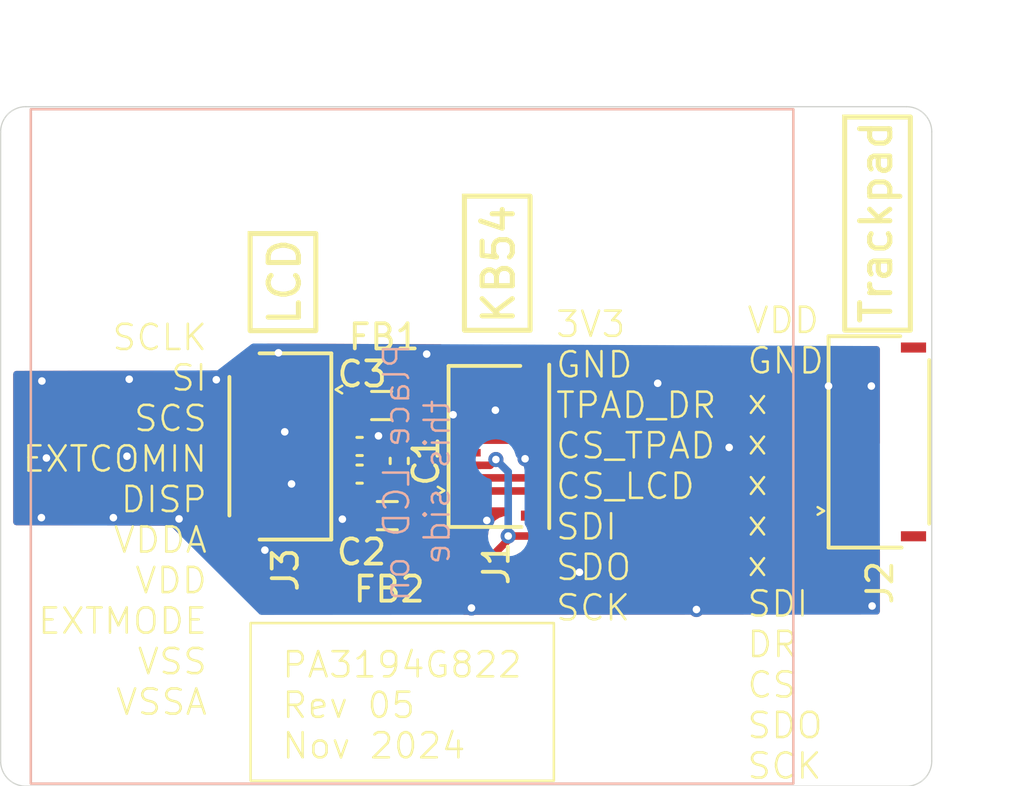
<source format=kicad_pcb>
(kicad_pcb (version 20240108) (generator "pcbnew") (generator_version "8.0")
  (title_block (title "Daughterboard") (date "2024-07-26") (rev "3"))
  (layers (0 "F.Cu" signal) (31 "B.Cu" signal) (34 "B.Paste" user) (35 "F.Paste" user) (36 "B.SilkS" user "B.Silkscreen") (37 "F.SilkS" user "F.Silkscreen") (38 "B.Mask" user) (39 "F.Mask" user) (44 "Edge.Cuts" user))
  (net 0 "")
  (net 1 "/VDDA")
  (net 2 "/VSSA")
  (net 3 "GND")
  (net 4 "/VDD")
  (net 5 "/SPI_TPAD_CS")
  (net 6 "/SPI_SDI")
  (net 7 "/SPI_CLK")
  (net 8 "/TPAD_DR")
  (net 9 "/SPI_LCD_CS")
  (net 10 "/SPI_SDO")
  (footprint "Capacitor_SMD:C_0402_1005Metric" (layer "F.Cu") (at 118.265 101.1)
    (property "Reference" "C2" (at 0.075 3.1 0) (layer "F.SilkS"))
    (property "Value" "1u")
    (fp_line (start -0.107836 -0.36) (end 0.107836 -0.36) (stroke (width 0.12)) (layer "F.SilkS"))
    (fp_line (start -0.107836 0.36) (end 0.107836 0.36) (stroke (width 0.12)) (layer "F.SilkS"))
    (pad "1" smd roundrect (at -0.48 0) (size 0.56 0.62) (layers "F.Cu" "F.Paste" "F.Mask") (net 4 "/VDD"))
    (pad "2" smd roundrect (at 0.48 0) (size 0.56 0.62) (layers "F.Cu" "F.Paste" "F.Mask") (net 3 "GND"))
  )
  (footprint "Tundra_Connectors:Conn-FPC_Hirose-FH34SRJ-12S-0-5SH-50" (layer "F.Cu") (at 138.8 99.82 90)
    (property "Reference" "J2" (at -5.59 0.138 90) (layer "F.SilkS"))
    (property "Value" "FH34SRJ-12S-0-5SH-50")
    (fp_line (start -2.892 -2.333) (end -2.742 -2.083) (stroke (width 0.1)) (layer "F.SilkS"))
    (fp_line (start -2.742 -2.083) (end -2.592 -2.333) (stroke (width 0.1)) (layer "F.SilkS"))
    (fp_line (start 4.2 -1.9) (end -4.2 -1.9) (stroke (width 0.1524)) (layer "F.SilkS"))
    (fp_line (start -4.2 -1.9) (end -4.2 1) (stroke (width 0.1524)) (layer "F.SilkS"))
    (fp_line (start 4.2 0.95) (end 4.2 -1.9) (stroke (width 0.1524)) (layer "F.SilkS"))
    (fp_line (start -3.25 2.1) (end 3.25 2.1) (stroke (width 0.1524)) (layer "F.SilkS"))
    (pad "1" smd rect (at -2.75 -1.025 90) (size 0.3 0.8) (layers "F.Cu" "F.Paste" "F.Mask") (net 7 "/SPI_CLK"))
    (pad "2" smd rect (at -2.25 -1.025 90) (size 0.3 0.8) (layers "F.Cu" "F.Paste" "F.Mask") (net 10 "/SPI_SDO"))
    (pad "3" smd rect (at -1.75 -1.025 90) (size 0.3 0.8) (layers "F.Cu" "F.Paste" "F.Mask") (net 5 "/SPI_TPAD_CS"))
    (pad "4" smd rect (at -1.25 -1.025 90) (size 0.3 0.8) (layers "F.Cu" "F.Paste" "F.Mask") (net 8 "/TPAD_DR"))
    (pad "5" smd rect (at -0.75 -1.025 90) (size 0.3 0.8) (layers "F.Cu" "F.Paste" "F.Mask") (net 6 "/SPI_SDI"))
    (pad "6" smd rect (at -0.25 -1.025 90) (size 0.3 0.8) (layers "F.Cu" "F.Paste" "F.Mask"))
    (pad "7" smd rect (at 0.25 -1.025 90) (size 0.3 0.8) (layers "F.Cu" "F.Paste" "F.Mask"))
    (pad "8" smd rect (at 0.75 -1.025 90) (size 0.3 0.8) (layers "F.Cu" "F.Paste" "F.Mask"))
    (pad "9" smd rect (at 1.25 -1.025 90) (size 0.3 0.8) (layers "F.Cu" "F.Paste" "F.Mask"))
    (pad "10" smd rect (at 1.75 -1.025 90) (size 0.3 0.8) (layers "F.Cu" "F.Paste" "F.Mask"))
    (pad "11" smd rect (at 2.25 -1.025 90) (size 0.3 0.8) (layers "F.Cu" "F.Paste" "F.Mask") (net 3 "GND"))
    (pad "12" smd rect (at 2.75 -1.025 90) (size 0.3 0.8) (layers "F.Cu" "F.Paste" "F.Mask") (net 4 "/VDD"))
    (pad "MP" smd rect (at -3.75 1.475 90) (size 0.4 1) (layers "F.Cu" "F.Paste" "F.Mask"))
    (pad "MP" smd rect (at 3.75 1.475 90) (size 0.4 1) (layers "F.Cu" "F.Paste" "F.Mask"))
  )
  (footprint "Tundra_Connectors:Conn-FPC_Hirose-FH34SRJ-8S-0-5SH-50" (layer "F.Cu") (at 123.7 100 90)
    (property "Reference" "J1" (at -4.648 -0.002 90) (layer "F.SilkS"))
    (property "Value" "FH34SRJ-8S-0-5SH-50")
    (fp_line (start -1.905 -2.325) (end -1.755 -2.075) (stroke (width 0.1)) (layer "F.SilkS"))
    (fp_line (start -1.755 -2.075) (end -1.605 -2.325) (stroke (width 0.1)) (layer "F.SilkS"))
    (fp_line (start 3.2 -1.9) (end -3.2 -1.9) (stroke (width 0.1524)) (layer "F.SilkS"))
    (fp_line (start -3.2 -1.9) (end -3.2 1) (stroke (width 0.1524)) (layer "F.SilkS"))
    (fp_line (start 3.2 0.95) (end 3.2 -1.9) (stroke (width 0.1524)) (layer "F.SilkS"))
    (fp_line (start -3.25 2.1) (end 3.25 2.1) (stroke (width 0.1524)) (layer "F.SilkS"))
    (pad "1" smd rect (at -1.75 -1.025 90) (size 0.3 0.8) (layers "F.Cu" "F.Paste" "F.Mask") (net 7 "/SPI_CLK"))
    (pad "2" smd rect (at -1.25 -1.025 90) (size 0.3 0.8) (layers "F.Cu" "F.Paste" "F.Mask") (net 10 "/SPI_SDO"))
    (pad "3" smd rect (at -0.75 -1.025 90) (size 0.3 0.8) (layers "F.Cu" "F.Paste" "F.Mask") (net 6 "/SPI_SDI"))
    (pad "4" smd rect (at -0.25 -1.025 90) (size 0.3 0.8) (layers "F.Cu" "F.Paste" "F.Mask") (net 9 "/SPI_LCD_CS"))
    (pad "5" smd rect (at 0.25 -1.025 90) (size 0.3 0.8) (layers "F.Cu" "F.Paste" "F.Mask") (net 5 "/SPI_TPAD_CS"))
    (pad "6" smd rect (at 0.75 -1.025 90) (size 0.3 0.8) (layers "F.Cu" "F.Paste" "F.Mask") (net 8 "/TPAD_DR"))
    (pad "7" smd rect (at 1.25 -1.025 90) (size 0.3 0.8) (layers "F.Cu" "F.Paste" "F.Mask") (net 3 "GND"))
    (pad "8" smd rect (at 1.75 -1.025 90) (size 0.3 0.8) (layers "F.Cu" "F.Paste" "F.Mask") (net 4 "/VDD"))
    (pad "MP" smd rect (at -2.75 1.475 90) (size 0.4 1) (layers "F.Cu" "F.Paste" "F.Mask"))
    (pad "MP" smd rect (at 2.75 1.475 90) (size 0.4 1) (layers "F.Cu" "F.Paste" "F.Mask"))
  )
  (footprint "Capacitor_SMD:C_0402_1005Metric" (layer "F.Cu") (at 119.84 100.575 90)
    (property "Reference" "C1" (at -0.009 1.064 -90) (layer "F.SilkS"))
    (property "Value" "1u")
    (fp_line (start -0.107836 -0.36) (end 0.107836 -0.36) (stroke (width 0.12)) (layer "F.SilkS"))
    (fp_line (start -0.107836 0.36) (end 0.107836 0.36) (stroke (width 0.12)) (layer "F.SilkS"))
    (pad "1" smd roundrect (at -0.48 0 90) (size 0.56 0.62) (layers "F.Cu" "F.Paste" "F.Mask") (net 2 "/VSSA"))
    (pad "2" smd roundrect (at 0.48 0 90) (size 0.56 0.62) (layers "F.Cu" "F.Paste" "F.Mask") (net 1 "/VDDA"))
  )
  (footprint "Inductor_SMD:L_0805_2012Metric" (layer "F.Cu") (at 119.14 98.375)
    (property "Reference" "FB1" (at 0.1 -2.725 0) (layer "F.SilkS"))
    (property "Value" "2k7")
    (fp_line (start -0.399622 -0.56) (end 0.399622 -0.56) (stroke (width 0.12)) (layer "F.SilkS"))
    (fp_line (start -0.399622 0.56) (end 0.399622 0.56) (stroke (width 0.12)) (layer "F.SilkS"))
    (pad "1" smd roundrect (at -1.0625 0) (size 0.875 1.2) (layers "F.Cu" "F.Paste" "F.Mask") (net 4 "/VDD"))
    (pad "2" smd roundrect (at 1.0625 0) (size 0.875 1.2) (layers "F.Cu" "F.Paste" "F.Mask") (net 1 "/VDDA"))
  )
  (footprint "Tundra_Connectors:Conn-FPC_Hirose-FH34SRJ-10S-0-5SH-50" (layer "F.Cu") (at 115.24 100 -90)
    (property "Reference" "J3" (at 4.902 -0.076 -90) (layer "F.SilkS"))
    (property "Value" "FH34SRJ-10S-0-5SH-50")
    (fp_line (start -2.762317 2.149624) (end 2.745517 2.149624) (stroke (width 0.1524)) (layer "F.SilkS"))
    (fp_line (start 3.7 0.95) (end 3.7 -1.9) (stroke (width 0.1524)) (layer "F.SilkS"))
    (fp_line (start -3.7 -1.9) (end -3.7 0.95) (stroke (width 0.1524)) (layer "F.SilkS"))
    (fp_line (start 3.7 -1.9) (end -3.7 -1.9) (stroke (width 0.1524)) (layer "F.SilkS"))
    (fp_line (start -2.26 -2.08) (end -2.11 -2.33) (stroke (width 0.1)) (layer "F.SilkS"))
    (fp_line (start -2.41 -2.33) (end -2.26 -2.08) (stroke (width 0.1)) (layer "F.SilkS"))
    (pad "1" smd rect (at -2.25 -1.025 270) (size 0.3 0.8) (layers "F.Cu" "F.Paste" "F.Mask") (net 7 "/SPI_CLK"))
    (pad "2" smd rect (at -1.75 -1.025 270) (size 0.3 0.8) (layers "F.Cu" "F.Paste" "F.Mask") (net 6 "/SPI_SDI"))
    (pad "3" smd rect (at -1.25 -1.025 270) (size 0.3 0.8) (layers "F.Cu" "F.Paste" "F.Mask") (net 9 "/SPI_LCD_CS"))
    (pad "4" smd rect (at -0.75 -1.025 270) (size 0.3 0.8) (layers "F.Cu" "F.Paste" "F.Mask") (net 3 "GND"))
    (pad "5" smd rect (at -0.25 -1.025 270) (size 0.3 0.8) (layers "F.Cu" "F.Paste" "F.Mask") (net 4 "/VDD"))
    (pad "6" smd rect (at 0.25 -1.025 270) (size 0.3 0.8) (layers "F.Cu" "F.Paste" "F.Mask") (net 1 "/VDDA"))
    (pad "7" smd rect (at 0.75 -1.025 270) (size 0.3 0.8) (layers "F.Cu" "F.Paste" "F.Mask") (net 4 "/VDD"))
    (pad "8" smd rect (at 1.25 -1.025 270) (size 0.3 0.8) (layers "F.Cu" "F.Paste" "F.Mask") (net 3 "GND"))
    (pad "9" smd rect (at 1.75 -1.025 270) (size 0.3 0.8) (layers "F.Cu" "F.Paste" "F.Mask") (net 3 "GND"))
    (pad "10" smd rect (at 2.25 -1.025 270) (size 0.3 0.8) (layers "F.Cu" "F.Paste" "F.Mask") (net 2 "/VSSA"))
    (pad "MP" smd rect (at -3.25 1.475 270) (size 0.4 1) (layers "F.Cu" "F.Paste" "F.Mask"))
    (pad "MP" smd rect (at 3.25 1.475 270) (size 0.4 1) (layers "F.Cu" "F.Paste" "F.Mask"))
  )
  (footprint "Inductor_SMD:L_0805_2012Metric" (layer "F.Cu") (at 119.365 102.75 180)
    (property "Reference" "FB2" (at -0.075 -2.925 180) (layer "F.SilkS"))
    (property "Value" "2k7")
    (fp_line (start -0.399622 0.56) (end 0.399622 0.56) (stroke (width 0.12)) (layer "F.SilkS"))
    (fp_line (start -0.399622 -0.56) (end 0.399622 -0.56) (stroke (width 0.12)) (layer "F.SilkS"))
    (pad "1" smd roundrect (at -1.0625 0 180) (size 0.875 1.2) (layers "F.Cu" "F.Paste" "F.Mask") (net 2 "/VSSA"))
    (pad "2" smd roundrect (at 1.0625 0 180) (size 0.875 1.2) (layers "F.Cu" "F.Paste" "F.Mask") (net 3 "GND"))
  )
  (footprint "Capacitor_SMD:C_0402_1005Metric" (layer "F.Cu") (at 118.265 100)
    (property "Reference" "C3" (at 0.1 -2.875 0) (layer "F.SilkS"))
    (property "Value" "560")
    (fp_line (start -0.107836 -0.36) (end 0.107836 -0.36) (stroke (width 0.12)) (layer "F.SilkS"))
    (fp_line (start -0.107836 0.36) (end 0.107836 0.36) (stroke (width 0.12)) (layer "F.SilkS"))
    (pad "1" smd roundrect (at -0.48 0) (size 0.56 0.62) (layers "F.Cu" "F.Paste" "F.Mask") (net 4 "/VDD"))
    (pad "2" smd roundrect (at 0.48 0) (size 0.56 0.62) (layers "F.Cu" "F.Paste" "F.Mask") (net 3 "GND"))
  )
  (gr_rect (start 105.2 86.6) (end 135.5 113.4) (stroke (width 0.1)) (fill none) (layer "B.SilkS"))
  (gr_rect (start 137.54 86.91) (end 140.15 95.38) (stroke (width 0.2)) (fill none) (layer "F.SilkS"))
  (gr_rect (start 113.915 91.54) (end 116.525 95.4) (stroke (width 0.2)) (fill none) (layer "F.SilkS"))
  (gr_rect (start 113.934 107.019) (end 125.984 113.284) (stroke (width 0.1)) (fill none) (layer "F.SilkS"))
  (gr_rect (start 122.43 90.055) (end 125.04 95.385) (stroke (width 0.2)) (fill none) (layer "F.SilkS"))
  (gr_arc (start 104 87.5) (mid 104.292893 86.792893) (end 105 86.5) (stroke (width 0.05)) (layer "Edge.Cuts"))
  (gr_arc (start 141 112.5) (mid 140.707107 113.207107) (end 140 113.5) (stroke (width 0.05)) (layer "Edge.Cuts"))
  (gr_arc (start 140 86.5) (mid 140.707107 86.792893) (end 141 87.5) (stroke (width 0.05)) (layer "Edge.Cuts"))
  (gr_line (start 105 86.5) (end 140 86.5) (stroke (width 0.05)) (layer "Edge.Cuts"))
  (gr_line (start 105 113.5) (end 140 113.5) (stroke (width 0.05)) (layer "Edge.Cuts"))
  (gr_line (start 141 87.5) (end 141 112.5) (stroke (width 0.05)) (layer "Edge.Cuts"))
  (gr_line (start 104 87.5) (end 104 112.5) (stroke (width 0.05)) (layer "Edge.Cuts"))
  (gr_arc (start 105 113.5) (mid 104.292893 113.207107) (end 104 112.5) (stroke (width 0.05)) (layer "Edge.Cuts"))
  (gr_text "Place LCD on \nthis side" (at 121.93 101.42 90) (layer "B.SilkS") (effects (font (size 1 1) (thickness 0.1)) (justify bottom mirror)))
  (gr_text "LCD" (at 115.99 95.28 90) (layer "F.SilkS") (effects (font (size 1.2 1.2) (thickness 0.2) (bold yes)) (justify left bottom)))
  (gr_text "3V3\nGND\nTPAD_DR\nCS_TPAD\nCS_LCD\nSDI\nSDO\nSCK" (at 126 107 0) (layer "F.SilkS") (effects (font (size 1 1) (thickness 0.1)) (justify left bottom)))
  (gr_text "PA3194G822\nRev 05\nNov 2024" (at 115.124 112.4815 0) (layer "F.SilkS") (effects (font (size 1 1) (thickness 0.1)) (justify left bottom)))
  (gr_text "VDD\nGND\nx\nx\nx\nx\nx\nSDI\nDR\nCS\nSDO\nSCK" (at 133.604 113.284 0) (layer "F.SilkS") (effects (font (size 1 1) (thickness 0.1)) (justify left bottom)))
  (gr_text "SCLK\nSI\nSCS\nEXTCOMIN\nDISP\nVDDA\nVDD\nEXTMODE\nVSS\nVSSA" (at 112.268 110.744 0) (layer "F.SilkS") (effects (font (size 1 1) (thickness 0.1)) (justify right bottom)))
  (gr_text "KB54" (at 124.49 95.23 90) (layer "F.SilkS") (effects (font (size 1.2 1.2) (thickness 0.2) (bold yes)) (justify left bottom)))
  (gr_text "Trackpad" (at 139.49 95.22 90) (layer "F.SilkS") (effects (font (size 1.2 1.2) (thickness 0.2) (bold yes)) (justify left bottom)))
  (segment (start 120.7 101.43) (end 120.7 100.88) (width 0.3) (layer "F.Cu") (net 1))
  (segment (start 120.4275 99.0675) (end 120.4275 98.53) (width 0.3) (layer "F.Cu") (net 1))
  (segment (start 119.84 100.225) (end 119.84 99.655) (width 0.3) (layer "F.Cu") (net 1))
  (segment (start 116.265 100.25) (end 115.02 100.25) (width 0.3) (layer "F.Cu") (net 1))
  (segment (start 121.315 103.455) (end 121.315 102.045) (width 0.3) (layer "F.Cu") (net 1))
  (segment (start 116.835 104.055) (end 120.715 104.055) (width 0.3) (layer "F.Cu") (net 1))
  (segment (start 119.915 100.095) (end 119.84 100.095) (width 0.3) (layer "F.Cu") (net 1))
  (segment (start 119.84 99.655) (end 120.4275 99.0675) (width 0.3) (layer "F.Cu") (net 1))
  (segment (start 121.315 102.045) (end 120.7 101.43) (width 0.3) (layer "F.Cu") (net 1))
  (segment (start 120.715 104.055) (end 121.315 103.455) (width 0.3) (layer "F.Cu") (net 1))
  (segment (start 114.6 101.82) (end 116.835 104.055) (width 0.3) (layer "F.Cu") (net 1))
  (segment (start 120.7 100.88) (end 119.915 100.095) (width 0.3) (layer "F.Cu") (net 1))
  (segment (start 115.02 100.25) (end 114.6 100.67) (width 0.3) (layer "F.Cu") (net 1))
  (segment (start 114.6 100.67) (end 114.6 101.82) (width 0.3) (layer "F.Cu") (net 1))
  (segment (start 119.84 101.3675) (end 119.48375 101.72375) (width 0.3) (layer "F.Cu") (net 2))
  (segment (start 119.4075 101.8) (end 119.48375 101.72375) (width 0.3) (layer "F.Cu") (net 2))
  (segment (start 116.265 102.25) (end 116.91 102.25) (width 0.3) (layer "F.Cu") (net 2))
  (segment (start 117.36 101.8) (end 119.4075 101.8) (width 0.3) (layer "F.Cu") (net 2))
  (segment (start 116.91 102.25) (end 117.36 101.8) (width 0.3) (layer "F.Cu") (net 2))
  (segment (start 119.4075 101.8) (end 119.4775 101.8) (width 0.3) (layer "F.Cu") (net 2))
  (segment (start 119.4775 101.8) (end 120.4275 102.75) (width 0.3) (layer "F.Cu") (net 2))
  (segment (start 119.84 101.185) (end 119.84 101.3675) (width 0.3) (layer "F.Cu") (net 2))
  (segment (start 117.595 102.905) (end 117.58 102.89) (width 0.3) (layer "F.Cu") (net 3))
  (segment (start 118.745 99.85) (end 119.015 99.58) (width 0.3) (layer "F.Cu") (net 3))
  (segment (start 122.675 98.75) (end 121.99 98.75) (width 0.3) (layer "F.Cu") (net 3))
  (segment (start 116.265 101.75) (end 115.82 101.75) (width 0.3) (layer "F.Cu") (net 3))
  (segment (start 116.265 99.25) (end 115.46 99.25) (width 0.3) (layer "F.Cu") (net 3))
  (segment (start 116.265 101.25) (end 115.8 101.25) (width 0.3) (layer "F.Cu") (net 3))
  (segment (start 118.745 99.96) (end 118.745 100.18) (width 0.3) (layer "F.Cu") (net 3))
  (segment (start 138.57 97.57) (end 138.6 97.6) (width 0.3) (layer "F.Cu") (net 3))
  (segment (start 118.0775 103.0675) (end 118.0775 102.905) (width 0.3) (layer "F.Cu") (net 3))
  (segment (start 118.745 99.96) (end 118.745 99.85) (width 0.3) (layer "F.Cu") (net 3))
  (segment (start 115.8 101.25) (end 115.56 101.49) (width 0.3) (layer "F.Cu") (net 3))
  (segment (start 115.82 101.75) (end 115.56 101.49) (width 0.3) (layer "F.Cu") (net 3))
  (segment (start 117.69 102.905) (end 117.595 102.905) (width 0.3) (layer "F.Cu") (net 3))
  (segment (start 121.99 98.75) (end 121.98 98.74) (width 0.3) (layer "F.Cu") (net 3))
  (segment (start 118.3025 102.75) (end 117.72 102.75) (width 0.3) (layer "F.Cu") (net 3))
  (segment (start 117.69 102.905) (end 118.0775 102.905) (width 0.3) (layer "F.Cu") (net 3))
  (segment (start 117.72 102.75) (end 117.58 102.89) (width 0.3) (layer "F.Cu") (net 3))
  (segment (start 136.93 97.57) (end 136.9 97.6) (width 0.3) (layer "F.Cu") (net 3))
  (segment (start 118.745 100) (end 118.745 101.1) (width 0.3) (layer "F.Cu") (net 3))
  (segment (start 115.46 99.25) (end 115.29 99.42) (width 0.3) (layer "F.Cu") (net 3))
  (segment (start 137.775 97.57) (end 136.93 97.57) (width 0.3) (layer "F.Cu") (net 3))
  (segment (start 137.775 97.57) (end 138.57 97.57) (width 0.3) (layer "F.Cu") (net 3))
  (segment (start 123.47 98.75) (end 123.66 98.56) (width 0.3) (layer "F.Cu") (net 3))
  (segment (start 122.675 98.75) (end 123.47 98.75) (width 0.3) (layer "F.Cu") (net 3))
  (via (at 124.84 100.49) (size 0.6) (drill 0.3) (layers "F.Cu" "B.Cu") (net 3))
  (via (at 136.9 97.6) (size 0.6) (drill 0.3) (layers "F.Cu" "B.Cu") (net 3))
  (via (at 122.71 106.42) (size 0.6) (drill 0.3) (layers "F.Cu" "B.Cu") (net 3))
  (via (at 119.015 99.58) (size 0.6) (drill 0.3) (layers "F.Cu" "B.Cu") (net 3))
  (via (at 115.29 99.42) (size 0.6) (drill 0.3) (layers "F.Cu" "B.Cu") (net 3))
  (via (at 108.48 102.83) (size 0.6) (drill 0.3) (layers "F.Cu" "B.Cu") (net 3))
  (via (at 123.32 102.94) (size 0.6) (drill 0.3) (layers "F.Cu" "B.Cu") (net 3))
  (via (at 115.04 96.28) (size 0.6) (drill 0.3) (layers "F.Cu" "B.Cu") (net 3))
  (via (at 105.82 100.46) (size 0.6) (drill 0.3) (layers "F.Cu" "B.Cu") (net 3))
  (via (at 132.95 100.04) (size 0.6) (drill 0.3) (layers "F.Cu" "B.Cu") (net 3))
  (via (at 121.98 98.74) (size 0.6) (drill 0.3) (layers "F.Cu" "B.Cu") (net 3))
  (via (at 120.93 96.33) (size 0.6) (drill 0.3) (layers "F.Cu" "B.Cu") (net 3))
  (via (at 138.63 106.34) (size 0.6) (drill 0.3) (layers "F.Cu" "B.Cu") (net 3))
  (via (at 114.5 104.12) (size 0.6) (drill 0.3) (layers "F.Cu" "B.Cu") (net 3))
  (via (at 109.02 100.39) (size 0.6) (drill 0.3) (layers "F.Cu" "B.Cu") (net 3))
  (via (at 105.62 102.83) (size 0.6) (drill 0.3) (layers "F.Cu" "B.Cu") (net 3))
  (via (at 130.11 97.49) (size 0.6) (drill 0.3) (layers "F.Cu" "B.Cu") (net 3))
  (via (at 109.11 97.33) (size 0.6) (drill 0.3) (layers "F.Cu" "B.Cu") (net 3))
  (via (at 117.58 102.89) (size 0.6) (drill 0.3) (layers "F.Cu" "B.Cu") (net 3))
  (via (at 127 105) (size 0.6) (drill 0.3) (layers "F.Cu" "B.Cu") (net 3))
  (via (at 105.64 97.4) (size 0.6) (drill 0.3) (layers "F.Cu" "B.Cu") (net 3))
  (via (at 111.09 102.88) (size 0.6) (drill 0.3) (layers "F.Cu" "B.Cu") (net 3))
  (via (at 115.56 101.49) (size 0.6) (drill 0.3) (layers "F.Cu" "B.Cu") (net 3))
  (via (at 112.57 97.35) (size 0.6) (drill 0.3) (layers "F.Cu" "B.Cu") (net 3))
  (via (at 123.66 98.56) (size 0.6) (drill 0.3) (layers "F.Cu" "B.Cu") (net 3))
  (via (at 131.65 106.48) (size 0.6) (drill 0.3) (layers "F.Cu" "B.Cu") (net 3))
  (via (at 138.6 97.6) (size 0.6) (drill 0.3) (layers "F.Cu" "B.Cu") (net 3))
  (segment (start 116.82 100.75) (end 117.57 100) (width 0.3) (layer "F.Cu") (net 4))
  (segment (start 118.0775 98.375) (end 118.0775 98.1425) (width 0.5) (layer "F.Cu") (net 4))
  (segment (start 121.655 97.13) (end 122.37 97.845) (width 0.5) (layer "F.Cu") (net 4))
  (segment (start 121.655 97.13) (end 122.405 96.38) (width 0.5) (layer "F.Cu") (net 4))
  (segment (start 119.09 97.13) (end 121.655 97.13) (width 0.5) (layer "F.Cu") (net 4))
  (segment (start 117.785 100) (end 117.785 99.355) (width 0.5) (layer "F.Cu") (net 4))
  (segment (start 122.405 96.38) (end 137.185 96.38) (width 0.5) (layer "F.Cu") (net 4))
  (segment (start 137.185 96.38) (end 137.775 96.97) (width 0.5) (layer "F.Cu") (net 4))
  (segment (start 116.265 100.75) (end 116.82 100.75) (width 0.3) (layer "F.Cu") (net 4))
  (segment (start 118.0775 99.0625) (end 118.0775 98.375) (width 0.5) (layer "F.Cu") (net 4))
  (segment (start 116.265 99.75) (end 116.82 99.75) (width 0.3) (layer "F.Cu") (net 4))
  (segment (start 117.785 99.355) (end 118.0775 99.0625) (width 0.5) (layer "F.Cu") (net 4))
  (segment (start 117.57 100) (end 117.785 100) (width 0.3) (layer "F.Cu") (net 4))
  (segment (start 116.82 99.75) (end 117.07 100) (width 0.3) (layer "F.Cu") (net 4))
  (segment (start 117.785 101.28) (end 117.785 100.18) (width 0.3) (layer "F.Cu") (net 4))
  (segment (start 117.07 100) (end 117.57 100) (width 0.3) (layer "F.Cu") (net 4))
  (segment (start 122.37 97.845) (end 122.675 98.15) (width 0.5) (layer "F.Cu") (net 4))
  (segment (start 118.0775 98.1425) (end 119.09 97.13) (width 0.5) (layer "F.Cu") (net 4))
  (segment (start 127.1 99.75) (end 128.92 101.57) (width 0.3) (layer "F.Cu") (net 5))
  (segment (start 128.92 101.57) (end 137.775 101.57) (width 0.3) (layer "F.Cu") (net 5))
  (segment (start 122.675 99.75) (end 127.1 99.75) (width 0.3) (layer "F.Cu") (net 5))
  (segment (start 137.775 100.57) (end 138.51 100.57) (width 0.3) (layer "F.Cu") (net 6))
  (segment (start 114.57 97.51) (end 113.65 97.51) (width 0.3) (layer "F.Cu") (net 6))
  (segment (start 114.42 106.53) (end 121.35 106.53) (width 0.3) (layer "F.Cu") (net 6))
  (segment (start 138.51 100.57) (end 138.73 100.79) (width 0.3) (layer "F.Cu") (net 6))
  (segment (start 124.32 103.56) (end 138.05 103.56) (width 0.3) (layer "F.Cu") (net 6))
  (segment (start 122.675 100.75) (end 123.45 100.75) (width 0.3) (layer "F.Cu") (net 6))
  (segment (start 114.92 97.16) (end 114.57 97.51) (width 0.3) (layer "F.Cu") (net 6))
  (segment (start 117.12 97.46) (end 116.82 97.16) (width 0.3) (layer "F.Cu") (net 6))
  (segment (start 116.9 98.25) (end 117.12 98.03) (width 0.3) (layer "F.Cu") (net 6))
  (segment (start 138.73 102.88) (end 138.05 103.56) (width 0.3) (layer "F.Cu") (net 6))
  (segment (start 117.12 98.03) (end 117.12 97.46) (width 0.3) (layer "F.Cu") (net 6))
  (segment (start 121.35 106.53) (end 124 103.88) (width 0.3) (layer "F.Cu") (net 6))
  (segment (start 124 103.88) (end 124.17 103.71) (width 0.3) (layer "F.Cu") (net 6))
  (segment (start 113.65 97.51) (end 111.94 99.22) (width 0.3) (layer "F.Cu") (net 6))
  (segment (start 116.265 98.25) (end 116.9 98.25) (width 0.3) (layer "F.Cu") (net 6))
  (segment (start 138.73 100.79) (end 138.73 102.88) (width 0.3) (layer "F.Cu") (net 6))
  (segment (start 111.94 104.05) (end 114.42 106.53) (width 0.3) (layer "F.Cu") (net 6))
  (segment (start 116.82 97.16) (end 114.92 97.16) (width 0.3) (layer "F.Cu") (net 6))
  (segment (start 111.94 99.22) (end 111.94 104.05) (width 0.3) (layer "F.Cu") (net 6))
  (segment (start 124.17 103.71) (end 124.17 103.56) (width 0.3) (layer "F.Cu") (net 6))
  (segment (start 124 103.88) (end 124.32 103.56) (width 0.3) (layer "F.Cu") (net 6))
  (segment (start 123.45 100.75) (end 123.68 100.52) (width 0.3) (layer "F.Cu") (net 6))
  (via (at 123.68 100.52) (size 0.6) (drill 0.3) (layers "F.Cu" "B.Cu") (net 6))
  (via (at 124.17 103.56) (size 0.6) (drill 0.3) (layers "F.Cu" "B.Cu") (net 6))
  (segment (start 124.17 101.01) (end 124.17 103.56) (width 0.3) (layer "B.Cu") (net 6))
  (segment (start 123.68 100.52) (end 124.17 101.01) (width 0.3) (layer "B.Cu") (net 6))
  (segment (start 123.01 101.77) (end 126.84 101.77) (width 0.3) (layer "F.Cu") (net 7))
  (segment (start 121.11 105.69) (end 122.46 104.34) (width 0.3) (layer "F.Cu") (net 7))
  (segment (start 122.46 104.34) (end 122.46 102.32) (width 0.3) (layer "F.Cu") (net 7))
  (segment (start 116.265 97.75) (end 115.33 97.75) (width 0.3) (layer "F.Cu") (net 7))
  (segment (start 112.74 103.72) (end 114.71 105.69) (width 0.3) (layer "F.Cu") (net 7))
  (segment (start 115.33 97.75) (end 114.98 98.1) (width 0.3) (layer "F.Cu") (net 7))
  (segment (start 127.64 102.57) (end 137.775 102.57) (width 0.3) (layer "F.Cu") (net 7))
  (segment (start 114.71 105.69) (end 121.11 105.69) (width 0.3) (layer "F.Cu") (net 7))
  (segment (start 114.98 98.1) (end 114.44 98.1) (width 0.3) (layer "F.Cu") (net 7))
  (segment (start 114.44 98.1) (end 112.74 99.8) (width 0.3) (layer "F.Cu") (net 7))
  (segment (start 112.74 99.8) (end 112.74 103.72) (width 0.3) (layer "F.Cu") (net 7))
  (segment (start 122.46 102.32) (end 123.01 101.77) (width 0.3) (layer "F.Cu") (net 7))
  (segment (start 126.84 101.77) (end 127.64 102.57) (width 0.3) (layer "F.Cu") (net 7))
  (segment (start 122.675 99.25) (end 127.65 99.25) (width 0.3) (layer "F.Cu") (net 8))
  (segment (start 127.65 99.25) (end 129.47 101.07) (width 0.3) (layer "F.Cu") (net 8))
  (segment (start 129.47 101.07) (end 137.775 101.07) (width 0.3) (layer "F.Cu") (net 8))
  (segment (start 116.775 104.965) (end 120.77 104.965) (width 0.3) (layer "F.Cu") (net 9))
  (segment (start 116.265 98.75) (end 114.74 98.75) (width 0.3) (layer "F.Cu") (net 9))
  (segment (start 121.82 103.915) (end 121.82 100.55) (width 0.3) (layer "F.Cu") (net 9))
  (segment (start 114.74 98.75) (end 113.82 99.67) (width 0.3) (layer "F.Cu") (net 9))
  (segment (start 113.82 102.01) (end 116.775 104.965) (width 0.3) (layer "F.Cu") (net 9))
  (segment (start 122.12 100.25) (end 122.675 100.25) (width 0.3) (layer "F.Cu") (net 9))
  (segment (start 121.82 100.55) (end 122.12 100.25) (width 0.3) (layer "F.Cu") (net 9))
  (segment (start 113.82 99.67) (end 113.82 102.01) (width 0.3) (layer "F.Cu") (net 9))
  (segment (start 120.77 104.965) (end 121.82 103.915) (width 0.3) (layer "F.Cu") (net 9))
  (segment (start 128.26 102.07) (end 137.775 102.07) (width 0.3) (layer "F.Cu") (net 10))
  (segment (start 122.675 101.25) (end 127.44 101.25) (width 0.3) (layer "F.Cu") (net 10))
  (segment (start 127.44 101.25) (end 128.26 102.07) (width 0.3) (layer "F.Cu") (net 10))
  (zone (net 3) (net_name "GND") (layers "F&B.Cu") (connect_pads (clearance 0.5)) (min_thickness 0.25) (fill yes (thermal_gap 0.5) (thermal_bridge_width 0.5))
    (polygon (pts (xy 138.938 96.012) (xy 138.938 106.68) (xy 114.31 106.694) (xy 110.75 103.15) (xy 104.02 103.13) (xy 104.02 97) (xy 112.61 96.98) (xy 114 95.91)))
  )
)
</source>
